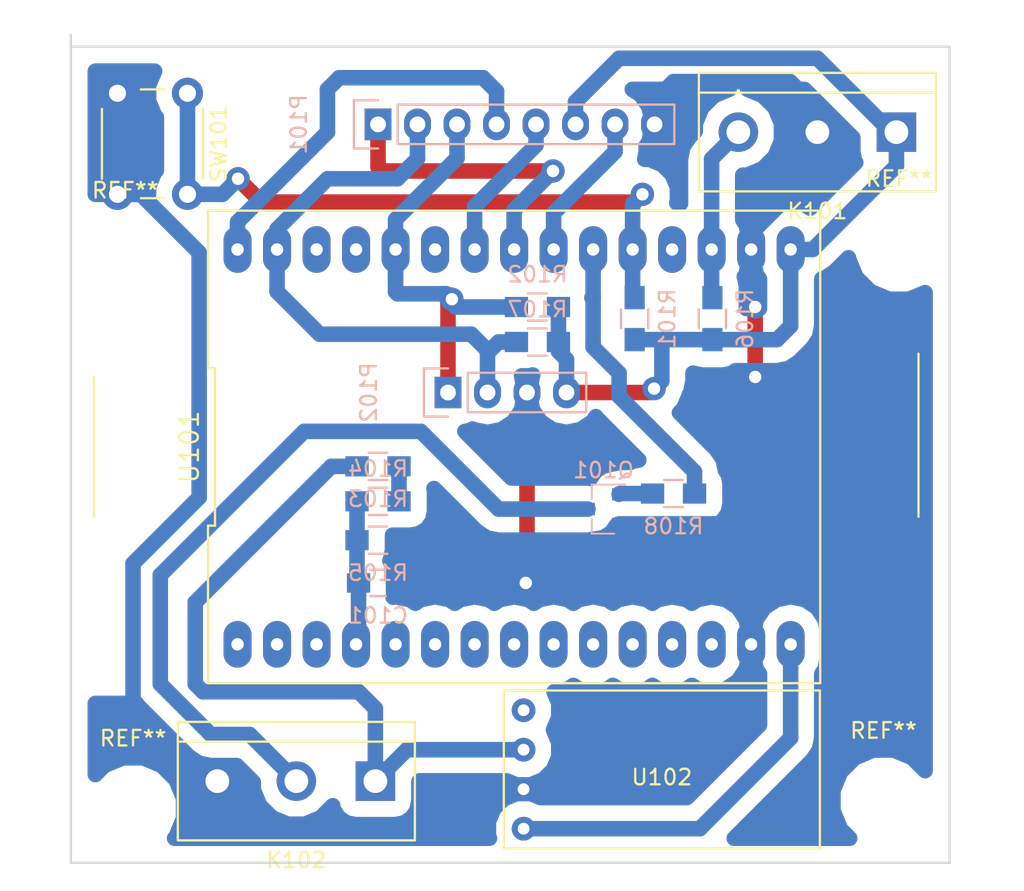
<source format=kicad_pcb>
(kicad_pcb (version 4) (host pcbnew 4.0.6)

  (general
    (links 43)
    (no_connects 0)
    (area 77.821429 47 143.928572 104.625)
    (thickness 1.6)
    (drawings 4)
    (tracks 165)
    (zones 0)
    (modules 21)
    (nets 18)
  )

  (page A4)
  (layers
    (0 F.Cu signal)
    (31 B.Cu signal)
    (32 B.Adhes user)
    (33 F.Adhes user)
    (34 B.Paste user)
    (35 F.Paste user)
    (36 B.SilkS user)
    (37 F.SilkS user)
    (38 B.Mask user)
    (39 F.Mask user)
    (40 Dwgs.User user)
    (41 Cmts.User user)
    (42 Eco1.User user)
    (43 Eco2.User user)
    (44 Edge.Cuts user)
    (45 Margin user)
    (46 B.CrtYd user)
    (47 F.CrtYd user)
    (48 B.Fab user)
    (49 F.Fab user)
  )

  (setup
    (last_trace_width 1)
    (trace_clearance 0.25)
    (zone_clearance 1)
    (zone_45_only no)
    (trace_min 0.2)
    (segment_width 0.2)
    (edge_width 0.15)
    (via_size 1.5)
    (via_drill 0.8)
    (via_min_size 0.4)
    (via_min_drill 0.3)
    (uvia_size 0.3)
    (uvia_drill 0.1)
    (uvias_allowed no)
    (uvia_min_size 0.2)
    (uvia_min_drill 0.1)
    (pcb_text_width 0.3)
    (pcb_text_size 1.5 1.5)
    (mod_edge_width 0.15)
    (mod_text_size 1 1)
    (mod_text_width 0.15)
    (pad_size 1.524 1.524)
    (pad_drill 0.762)
    (pad_to_mask_clearance 0.2)
    (aux_axis_origin 82.5 102.5)
    (visible_elements FFFFFF7F)
    (pcbplotparams
      (layerselection 0x00000_80000001)
      (usegerberextensions false)
      (excludeedgelayer true)
      (linewidth 0.100000)
      (plotframeref false)
      (viasonmask false)
      (mode 1)
      (useauxorigin true)
      (hpglpennumber 1)
      (hpglpenspeed 20)
      (hpglpendiameter 15)
      (hpglpenoverlay 2)
      (psnegative false)
      (psa4output false)
      (plotreference true)
      (plotvalue true)
      (plotinvisibletext false)
      (padsonsilk false)
      (subtractmaskfromsilk false)
      (outputformat 1)
      (mirror false)
      (drillshape 0)
      (scaleselection 1)
      (outputdirectory ""))
  )

  (net 0 "")
  (net 1 BAT)
  (net 2 GND)
  (net 3 3v3)
  (net 4 1wire)
  (net 5 12v)
  (net 6 "Net-(K102-Pad2)")
  (net 7 PWM)
  (net 8 "Net-(R103-Pad2)")
  (net 9 BTN)
  (net 10 5v)
  (net 11 "Net-(Q101-Pad1)")
  (net 12 RST)
  (net 13 CE)
  (net 14 DC)
  (net 15 DIN)
  (net 16 CLK)
  (net 17 BL)

  (net_class Default "This is the default net class."
    (clearance 0.25)
    (trace_width 1)
    (via_dia 1.5)
    (via_drill 0.8)
    (uvia_dia 0.3)
    (uvia_drill 0.1)
    (add_net 12v)
    (add_net 1wire)
    (add_net 3v3)
    (add_net 5v)
    (add_net BAT)
    (add_net BL)
    (add_net BTN)
    (add_net CE)
    (add_net CLK)
    (add_net DC)
    (add_net DIN)
    (add_net GND)
    (add_net "Net-(K102-Pad2)")
    (add_net "Net-(Q101-Pad1)")
    (add_net "Net-(R103-Pad2)")
    (add_net PWM)
    (add_net RST)
  )

  (module Mounting_Holes:MountingHole_3.5mm (layer F.Cu) (tedit 56D1B4CB) (tstamp 6521A2ED)
    (at 86 63.75)
    (descr "Mounting Hole 3.5mm, no annular")
    (tags "mounting hole 3.5mm no annular")
    (fp_text reference REF** (at 0 -4.5) (layer F.SilkS)
      (effects (font (size 1 1) (thickness 0.15)))
    )
    (fp_text value MountingHole_3.5mm (at 0 4.5) (layer F.Fab)
      (effects (font (size 1 1) (thickness 0.15)))
    )
    (fp_circle (center 0 0) (end 3.5 0) (layer Cmts.User) (width 0.15))
    (fp_circle (center 0 0) (end 3.75 0) (layer F.CrtYd) (width 0.05))
    (pad 1 np_thru_hole circle (at 0 0) (size 3.5 3.5) (drill 3.5) (layers *.Cu *.Mask))
  )

  (module Mounting_Holes:MountingHole_3.5mm (layer F.Cu) (tedit 56D1B4CB) (tstamp 6521A2E7)
    (at 135.75 63)
    (descr "Mounting Hole 3.5mm, no annular")
    (tags "mounting hole 3.5mm no annular")
    (fp_text reference REF** (at 0 -4.5) (layer F.SilkS)
      (effects (font (size 1 1) (thickness 0.15)))
    )
    (fp_text value MountingHole_3.5mm (at 0 4.5) (layer F.Fab)
      (effects (font (size 1 1) (thickness 0.15)))
    )
    (fp_circle (center 0 0) (end 3.5 0) (layer Cmts.User) (width 0.15))
    (fp_circle (center 0 0) (end 3.75 0) (layer F.CrtYd) (width 0.05))
    (pad 1 np_thru_hole circle (at 0 0) (size 3.5 3.5) (drill 3.5) (layers *.Cu *.Mask))
  )

  (module Mounting_Holes:MountingHole_3.5mm (layer F.Cu) (tedit 56D1B4CB) (tstamp 6521A2C9)
    (at 134.75 98.5)
    (descr "Mounting Hole 3.5mm, no annular")
    (tags "mounting hole 3.5mm no annular")
    (fp_text reference REF** (at 0 -4.5) (layer F.SilkS)
      (effects (font (size 1 1) (thickness 0.15)))
    )
    (fp_text value MountingHole_3.5mm (at 0 4.5) (layer F.Fab)
      (effects (font (size 1 1) (thickness 0.15)))
    )
    (fp_circle (center 0 0) (end 3.5 0) (layer Cmts.User) (width 0.15))
    (fp_circle (center 0 0) (end 3.75 0) (layer F.CrtYd) (width 0.05))
    (pad 1 np_thru_hole circle (at 0 0) (size 3.5 3.5) (drill 3.5) (layers *.Cu *.Mask))
  )

  (module Capacitors_SMD:C_0805_HandSoldering (layer B.Cu) (tedit 541A9B8D) (tstamp 64F35FE7)
    (at 102.25 84.5)
    (descr "Capacitor SMD 0805, hand soldering")
    (tags "capacitor 0805")
    (path /64F04705)
    (attr smd)
    (fp_text reference C101 (at 0 2.1) (layer B.SilkS)
      (effects (font (size 1 1) (thickness 0.15)) (justify mirror))
    )
    (fp_text value C (at 0 -2.1) (layer B.Fab)
      (effects (font (size 1 1) (thickness 0.15)) (justify mirror))
    )
    (fp_line (start -1 -0.625) (end -1 0.625) (layer B.Fab) (width 0.15))
    (fp_line (start 1 -0.625) (end -1 -0.625) (layer B.Fab) (width 0.15))
    (fp_line (start 1 0.625) (end 1 -0.625) (layer B.Fab) (width 0.15))
    (fp_line (start -1 0.625) (end 1 0.625) (layer B.Fab) (width 0.15))
    (fp_line (start -2.3 1) (end 2.3 1) (layer B.CrtYd) (width 0.05))
    (fp_line (start -2.3 -1) (end 2.3 -1) (layer B.CrtYd) (width 0.05))
    (fp_line (start -2.3 1) (end -2.3 -1) (layer B.CrtYd) (width 0.05))
    (fp_line (start 2.3 1) (end 2.3 -1) (layer B.CrtYd) (width 0.05))
    (fp_line (start 0.5 0.85) (end -0.5 0.85) (layer B.SilkS) (width 0.15))
    (fp_line (start -0.5 -0.85) (end 0.5 -0.85) (layer B.SilkS) (width 0.15))
    (pad 1 smd rect (at -1.25 0) (size 1.5 1.25) (layers B.Cu B.Paste B.Mask)
      (net 1 BAT))
    (pad 2 smd rect (at 1.25 0) (size 1.5 1.25) (layers B.Cu B.Paste B.Mask)
      (net 2 GND))
    (model Capacitors_SMD.3dshapes/C_0805_HandSoldering.wrl
      (at (xyz 0 0 0))
      (scale (xyz 1 1 1))
      (rotate (xyz 0 0 0))
    )
  )

  (module Connect:bornier3 (layer F.Cu) (tedit 0) (tstamp 64F35FEE)
    (at 130.5 55.5 180)
    (descr "Bornier d'alimentation 3 pins")
    (tags DEV)
    (path /64F0452E)
    (fp_text reference K101 (at 0 -5.08 180) (layer F.SilkS)
      (effects (font (size 1 1) (thickness 0.15)))
    )
    (fp_text value 1Wire (at 0 5.08 180) (layer F.Fab)
      (effects (font (size 1 1) (thickness 0.15)))
    )
    (fp_line (start -7.62 3.81) (end -7.62 -3.81) (layer F.SilkS) (width 0.15))
    (fp_line (start 7.62 3.81) (end 7.62 -3.81) (layer F.SilkS) (width 0.15))
    (fp_line (start -7.62 2.54) (end 7.62 2.54) (layer F.SilkS) (width 0.15))
    (fp_line (start -7.62 -3.81) (end 7.62 -3.81) (layer F.SilkS) (width 0.15))
    (fp_line (start -7.62 3.81) (end 7.62 3.81) (layer F.SilkS) (width 0.15))
    (pad 1 thru_hole rect (at -5.08 0 180) (size 2.54 2.54) (drill 1.524) (layers *.Cu *.Mask)
      (net 3 3v3))
    (pad 2 thru_hole circle (at 0 0 180) (size 2.54 2.54) (drill 1.524) (layers *.Cu *.Mask)
      (net 2 GND))
    (pad 3 thru_hole circle (at 5.08 0 180) (size 2.54 2.54) (drill 1.524) (layers *.Cu *.Mask)
      (net 4 1wire))
    (model Connect.3dshapes/bornier3.wrl
      (at (xyz 0 0 0))
      (scale (xyz 1 1 1))
      (rotate (xyz 0 0 0))
    )
  )

  (module Connect:bornier3 (layer F.Cu) (tedit 0) (tstamp 64F35FF5)
    (at 97 97.25 180)
    (descr "Bornier d'alimentation 3 pins")
    (tags DEV)
    (path /64F0492E)
    (fp_text reference K102 (at 0 -5.08 180) (layer F.SilkS)
      (effects (font (size 1 1) (thickness 0.15)))
    )
    (fp_text value Compressor (at 0 5.08 180) (layer F.Fab)
      (effects (font (size 1 1) (thickness 0.15)))
    )
    (fp_line (start -7.62 3.81) (end -7.62 -3.81) (layer F.SilkS) (width 0.15))
    (fp_line (start 7.62 3.81) (end 7.62 -3.81) (layer F.SilkS) (width 0.15))
    (fp_line (start -7.62 2.54) (end 7.62 2.54) (layer F.SilkS) (width 0.15))
    (fp_line (start -7.62 -3.81) (end 7.62 -3.81) (layer F.SilkS) (width 0.15))
    (fp_line (start -7.62 3.81) (end 7.62 3.81) (layer F.SilkS) (width 0.15))
    (pad 1 thru_hole rect (at -5.08 0 180) (size 2.54 2.54) (drill 1.524) (layers *.Cu *.Mask)
      (net 5 12v))
    (pad 2 thru_hole circle (at 0 0 180) (size 2.54 2.54) (drill 1.524) (layers *.Cu *.Mask)
      (net 6 "Net-(K102-Pad2)"))
    (pad 3 thru_hole circle (at 5.08 0 180) (size 2.54 2.54) (drill 1.524) (layers *.Cu *.Mask)
      (net 2 GND))
    (model Connect.3dshapes/bornier3.wrl
      (at (xyz 0 0 0))
      (scale (xyz 1 1 1))
      (rotate (xyz 0 0 0))
    )
  )

  (module TO_SOT_Packages_SMD:SOT-23 (layer B.Cu) (tedit 583F39EB) (tstamp 64F36004)
    (at 116.75 79.75 180)
    (descr "SOT-23, Standard")
    (tags SOT-23)
    (path /64F04885)
    (attr smd)
    (fp_text reference Q101 (at 0 2.5 180) (layer B.SilkS)
      (effects (font (size 1 1) (thickness 0.15)) (justify mirror))
    )
    (fp_text value BC817-40 (at 0 -2.5 180) (layer B.Fab)
      (effects (font (size 1 1) (thickness 0.15)) (justify mirror))
    )
    (fp_line (start 0.76 -1.58) (end 0.76 -0.65) (layer B.SilkS) (width 0.12))
    (fp_line (start 0.76 1.58) (end 0.76 0.65) (layer B.SilkS) (width 0.12))
    (fp_line (start 0.7 1.52) (end 0.7 -1.52) (layer B.Fab) (width 0.15))
    (fp_line (start -0.7 -1.52) (end 0.7 -1.52) (layer B.Fab) (width 0.15))
    (fp_line (start -1.7 1.75) (end 1.7 1.75) (layer B.CrtYd) (width 0.05))
    (fp_line (start 1.7 1.75) (end 1.7 -1.75) (layer B.CrtYd) (width 0.05))
    (fp_line (start 1.7 -1.75) (end -1.7 -1.75) (layer B.CrtYd) (width 0.05))
    (fp_line (start -1.7 -1.75) (end -1.7 1.75) (layer B.CrtYd) (width 0.05))
    (fp_line (start 0.76 1.58) (end -1.4 1.58) (layer B.SilkS) (width 0.12))
    (fp_line (start -0.7 1.52) (end 0.7 1.52) (layer B.Fab) (width 0.15))
    (fp_line (start -0.7 1.52) (end -0.7 -1.52) (layer B.Fab) (width 0.15))
    (fp_line (start 0.76 -1.58) (end -0.7 -1.58) (layer B.SilkS) (width 0.12))
    (pad 1 smd rect (at -1 0.95 180) (size 0.9 0.8) (layers B.Cu B.Paste B.Mask)
      (net 11 "Net-(Q101-Pad1)"))
    (pad 2 smd rect (at -1 -0.95 180) (size 0.9 0.8) (layers B.Cu B.Paste B.Mask)
      (net 2 GND))
    (pad 3 smd rect (at 1 0 180) (size 0.9 0.8) (layers B.Cu B.Paste B.Mask)
      (net 6 "Net-(K102-Pad2)"))
    (model TO_SOT_Packages_SMD.3dshapes/SOT-23.wrl
      (at (xyz 0 0 0))
      (scale (xyz 1 1 1))
      (rotate (xyz 0 0 90))
    )
  )

  (module Resistors_SMD:R_0805_HandSoldering (layer B.Cu) (tedit 58307B90) (tstamp 64F36016)
    (at 102.25 77)
    (descr "Resistor SMD 0805, hand soldering")
    (tags "resistor 0805")
    (path /64F04610)
    (attr smd)
    (fp_text reference R103 (at 0 2.1) (layer B.SilkS)
      (effects (font (size 1 1) (thickness 0.15)) (justify mirror))
    )
    (fp_text value 10K (at 0 -2.1) (layer B.Fab)
      (effects (font (size 1 1) (thickness 0.15)) (justify mirror))
    )
    (fp_line (start -1 -0.625) (end -1 0.625) (layer B.Fab) (width 0.1))
    (fp_line (start 1 -0.625) (end -1 -0.625) (layer B.Fab) (width 0.1))
    (fp_line (start 1 0.625) (end 1 -0.625) (layer B.Fab) (width 0.1))
    (fp_line (start -1 0.625) (end 1 0.625) (layer B.Fab) (width 0.1))
    (fp_line (start -2.4 1) (end 2.4 1) (layer B.CrtYd) (width 0.05))
    (fp_line (start -2.4 -1) (end 2.4 -1) (layer B.CrtYd) (width 0.05))
    (fp_line (start -2.4 1) (end -2.4 -1) (layer B.CrtYd) (width 0.05))
    (fp_line (start 2.4 1) (end 2.4 -1) (layer B.CrtYd) (width 0.05))
    (fp_line (start 0.6 -0.875) (end -0.6 -0.875) (layer B.SilkS) (width 0.15))
    (fp_line (start -0.6 0.875) (end 0.6 0.875) (layer B.SilkS) (width 0.15))
    (pad 1 smd rect (at -1.35 0) (size 1.5 1.3) (layers B.Cu B.Paste B.Mask)
      (net 5 12v))
    (pad 2 smd rect (at 1.35 0) (size 1.5 1.3) (layers B.Cu B.Paste B.Mask)
      (net 8 "Net-(R103-Pad2)"))
    (model Resistors_SMD.3dshapes/R_0805_HandSoldering.wrl
      (at (xyz 0 0 0))
      (scale (xyz 1 1 1))
      (rotate (xyz 0 0 0))
    )
  )

  (module Resistors_SMD:R_0805_HandSoldering (layer B.Cu) (tedit 58307B90) (tstamp 64F3601C)
    (at 102.25 79.25 180)
    (descr "Resistor SMD 0805, hand soldering")
    (tags "resistor 0805")
    (path /64F04640)
    (attr smd)
    (fp_text reference R104 (at 0 2.1 180) (layer B.SilkS)
      (effects (font (size 1 1) (thickness 0.15)) (justify mirror))
    )
    (fp_text value 1K (at 0 -2.1 180) (layer B.Fab)
      (effects (font (size 1 1) (thickness 0.15)) (justify mirror))
    )
    (fp_line (start -1 -0.625) (end -1 0.625) (layer B.Fab) (width 0.1))
    (fp_line (start 1 -0.625) (end -1 -0.625) (layer B.Fab) (width 0.1))
    (fp_line (start 1 0.625) (end 1 -0.625) (layer B.Fab) (width 0.1))
    (fp_line (start -1 0.625) (end 1 0.625) (layer B.Fab) (width 0.1))
    (fp_line (start -2.4 1) (end 2.4 1) (layer B.CrtYd) (width 0.05))
    (fp_line (start -2.4 -1) (end 2.4 -1) (layer B.CrtYd) (width 0.05))
    (fp_line (start -2.4 1) (end -2.4 -1) (layer B.CrtYd) (width 0.05))
    (fp_line (start 2.4 1) (end 2.4 -1) (layer B.CrtYd) (width 0.05))
    (fp_line (start 0.6 -0.875) (end -0.6 -0.875) (layer B.SilkS) (width 0.15))
    (fp_line (start -0.6 0.875) (end 0.6 0.875) (layer B.SilkS) (width 0.15))
    (pad 1 smd rect (at -1.35 0 180) (size 1.5 1.3) (layers B.Cu B.Paste B.Mask)
      (net 8 "Net-(R103-Pad2)"))
    (pad 2 smd rect (at 1.35 0 180) (size 1.5 1.3) (layers B.Cu B.Paste B.Mask)
      (net 1 BAT))
    (model Resistors_SMD.3dshapes/R_0805_HandSoldering.wrl
      (at (xyz 0 0 0))
      (scale (xyz 1 1 1))
      (rotate (xyz 0 0 0))
    )
  )

  (module Resistors_SMD:R_0805_HandSoldering (layer B.Cu) (tedit 58307B90) (tstamp 64F36022)
    (at 102.25 81.75)
    (descr "Resistor SMD 0805, hand soldering")
    (tags "resistor 0805")
    (path /64F0466B)
    (attr smd)
    (fp_text reference R105 (at 0 2.1) (layer B.SilkS)
      (effects (font (size 1 1) (thickness 0.15)) (justify mirror))
    )
    (fp_text value 2K2 (at 0 -2.1) (layer B.Fab)
      (effects (font (size 1 1) (thickness 0.15)) (justify mirror))
    )
    (fp_line (start -1 -0.625) (end -1 0.625) (layer B.Fab) (width 0.1))
    (fp_line (start 1 -0.625) (end -1 -0.625) (layer B.Fab) (width 0.1))
    (fp_line (start 1 0.625) (end 1 -0.625) (layer B.Fab) (width 0.1))
    (fp_line (start -1 0.625) (end 1 0.625) (layer B.Fab) (width 0.1))
    (fp_line (start -2.4 1) (end 2.4 1) (layer B.CrtYd) (width 0.05))
    (fp_line (start -2.4 -1) (end 2.4 -1) (layer B.CrtYd) (width 0.05))
    (fp_line (start -2.4 1) (end -2.4 -1) (layer B.CrtYd) (width 0.05))
    (fp_line (start 2.4 1) (end 2.4 -1) (layer B.CrtYd) (width 0.05))
    (fp_line (start 0.6 -0.875) (end -0.6 -0.875) (layer B.SilkS) (width 0.15))
    (fp_line (start -0.6 0.875) (end 0.6 0.875) (layer B.SilkS) (width 0.15))
    (pad 1 smd rect (at -1.35 0) (size 1.5 1.3) (layers B.Cu B.Paste B.Mask)
      (net 1 BAT))
    (pad 2 smd rect (at 1.35 0) (size 1.5 1.3) (layers B.Cu B.Paste B.Mask)
      (net 2 GND))
    (model Resistors_SMD.3dshapes/R_0805_HandSoldering.wrl
      (at (xyz 0 0 0))
      (scale (xyz 1 1 1))
      (rotate (xyz 0 0 0))
    )
  )

  (module Resistors_SMD:R_0805_HandSoldering (layer B.Cu) (tedit 58307B90) (tstamp 64F36028)
    (at 123.75 67.5 90)
    (descr "Resistor SMD 0805, hand soldering")
    (tags "resistor 0805")
    (path /64F045C9)
    (attr smd)
    (fp_text reference R106 (at 0 2.1 90) (layer B.SilkS)
      (effects (font (size 1 1) (thickness 0.15)) (justify mirror))
    )
    (fp_text value 4K7 (at 0 -2.1 90) (layer B.Fab)
      (effects (font (size 1 1) (thickness 0.15)) (justify mirror))
    )
    (fp_line (start -1 -0.625) (end -1 0.625) (layer B.Fab) (width 0.1))
    (fp_line (start 1 -0.625) (end -1 -0.625) (layer B.Fab) (width 0.1))
    (fp_line (start 1 0.625) (end 1 -0.625) (layer B.Fab) (width 0.1))
    (fp_line (start -1 0.625) (end 1 0.625) (layer B.Fab) (width 0.1))
    (fp_line (start -2.4 1) (end 2.4 1) (layer B.CrtYd) (width 0.05))
    (fp_line (start -2.4 -1) (end 2.4 -1) (layer B.CrtYd) (width 0.05))
    (fp_line (start -2.4 1) (end -2.4 -1) (layer B.CrtYd) (width 0.05))
    (fp_line (start 2.4 1) (end 2.4 -1) (layer B.CrtYd) (width 0.05))
    (fp_line (start 0.6 -0.875) (end -0.6 -0.875) (layer B.SilkS) (width 0.15))
    (fp_line (start -0.6 0.875) (end 0.6 0.875) (layer B.SilkS) (width 0.15))
    (pad 1 smd rect (at -1.35 0 90) (size 1.5 1.3) (layers B.Cu B.Paste B.Mask)
      (net 3 3v3))
    (pad 2 smd rect (at 1.35 0 90) (size 1.5 1.3) (layers B.Cu B.Paste B.Mask)
      (net 4 1wire))
    (model Resistors_SMD.3dshapes/R_0805_HandSoldering.wrl
      (at (xyz 0 0 0))
      (scale (xyz 1 1 1))
      (rotate (xyz 0 0 0))
    )
  )

  (module Divers:ESP32Dev (layer F.Cu) (tedit 618135CD) (tstamp 64F36058)
    (at 111 75.75)
    (path /64F0426B)
    (fp_text reference U101 (at -20.88 0 90) (layer F.SilkS)
      (effects (font (size 1.2 1.2) (thickness 0.15)))
    )
    (fp_text value ESP32Dev (at 0 0) (layer F.Fab)
      (effects (font (size 1.2 1.2) (thickness 0.15)))
    )
    (fp_text user Antenna (at 22.5 -0.5 90) (layer Dwgs.User)
      (effects (font (size 1 1) (thickness 0.15) italic))
    )
    (fp_text user "USB Port" (at -24.5 -1 90) (layer Dwgs.User)
      (effects (font (size 1 1) (thickness 0.15) italic))
    )
    (fp_line (start -27 -4.5) (end -27 4.5) (layer F.SilkS) (width 0.15))
    (fp_line (start 26 -6) (end 26 4.5) (layer F.SilkS) (width 0.15))
    (fp_line (start -19.68 15.199999) (end 19.68 15.2) (layer F.SilkS) (width 0.15))
    (fp_line (start 19.68 15.2) (end 19.68 -15.199999) (layer F.SilkS) (width 0.15))
    (fp_line (start 19.68 -15.199999) (end -19.68 -15.2) (layer F.SilkS) (width 0.15))
    (fp_line (start -19.68 -15.2) (end -19.68 -5.066666) (layer F.SilkS) (width 0.15))
    (fp_line (start -19.68 -5.066666) (end -19.23 -5.066666) (layer F.SilkS) (width 0.15))
    (fp_line (start -19.23 -5.066666) (end -19.23 5.066666) (layer F.SilkS) (width 0.15))
    (fp_line (start -19.23 5.066666) (end -19.68 5.066666) (layer F.SilkS) (width 0.15))
    (fp_line (start -19.68 5.066666) (end -19.68 15.199999) (layer F.SilkS) (width 0.15))
    (pad 30 thru_hole oval (at -17.78 -12.7) (size 1.8 3) (drill 0.8) (layers *.Cu *.Mask)
      (net 15 DIN))
    (pad 1 thru_hole oval (at -17.78 12.7) (size 1.8 3) (drill 0.8) (layers *.Cu *.Mask))
    (pad 29 thru_hole oval (at -15.24 -12.7) (size 1.8 3) (drill 0.8) (layers *.Cu *.Mask)
      (net 13 CE))
    (pad 2 thru_hole oval (at -15.24 12.7) (size 1.8 3) (drill 0.8) (layers *.Cu *.Mask))
    (pad 28 thru_hole oval (at -12.7 -12.7) (size 1.8 3) (drill 0.8) (layers *.Cu *.Mask))
    (pad 3 thru_hole oval (at -12.7 12.7) (size 1.8 3) (drill 0.8) (layers *.Cu *.Mask))
    (pad 27 thru_hole oval (at -10.16 -12.7) (size 1.8 3) (drill 0.8) (layers *.Cu *.Mask))
    (pad 4 thru_hole oval (at -10.16 12.7) (size 1.8 3) (drill 0.8) (layers *.Cu *.Mask)
      (net 1 BAT))
    (pad 26 thru_hole oval (at -7.62 -12.7) (size 1.8 3) (drill 0.8) (layers *.Cu *.Mask)
      (net 14 DC))
    (pad 5 thru_hole oval (at -7.62 12.7) (size 1.8 3) (drill 0.8) (layers *.Cu *.Mask))
    (pad 25 thru_hole oval (at -5.08 -12.7) (size 1.8 3) (drill 0.8) (layers *.Cu *.Mask))
    (pad 6 thru_hole oval (at -5.08 12.7) (size 1.8 3) (drill 0.8) (layers *.Cu *.Mask))
    (pad 24 thru_hole oval (at -2.54 -12.7) (size 1.8 3) (drill 0.8) (layers *.Cu *.Mask)
      (net 16 CLK))
    (pad 7 thru_hole oval (at -2.54 12.7) (size 1.8 3) (drill 0.8) (layers *.Cu *.Mask))
    (pad 23 thru_hole oval (at 0 -12.7) (size 1.8 3) (drill 0.8) (layers *.Cu *.Mask)
      (net 12 RST))
    (pad 8 thru_hole oval (at 0 12.7) (size 1.8 3) (drill 0.8) (layers *.Cu *.Mask))
    (pad 22 thru_hole oval (at 2.54 -12.7) (size 1.8 3) (drill 0.8) (layers *.Cu *.Mask)
      (net 17 BL))
    (pad 9 thru_hole oval (at 2.54 12.7) (size 1.8 3) (drill 0.8) (layers *.Cu *.Mask))
    (pad 21 thru_hole oval (at 5.08 -12.7) (size 1.8 3) (drill 0.8) (layers *.Cu *.Mask)
      (net 7 PWM))
    (pad 10 thru_hole oval (at 5.08 12.7) (size 1.8 3) (drill 0.8) (layers *.Cu *.Mask))
    (pad 20 thru_hole oval (at 7.62 -12.7) (size 1.8 3) (drill 0.8) (layers *.Cu *.Mask)
      (net 9 BTN))
    (pad 11 thru_hole oval (at 7.62 12.7) (size 1.8 3) (drill 0.8) (layers *.Cu *.Mask))
    (pad 19 thru_hole oval (at 10.16 -12.7) (size 1.8 3) (drill 0.8) (layers *.Cu *.Mask))
    (pad 12 thru_hole oval (at 10.16 12.7) (size 1.8 3) (drill 0.8) (layers *.Cu *.Mask))
    (pad 18 thru_hole oval (at 12.7 -12.7) (size 1.8 3) (drill 0.8) (layers *.Cu *.Mask)
      (net 4 1wire))
    (pad 13 thru_hole oval (at 12.7 12.7) (size 1.8 3) (drill 0.8) (layers *.Cu *.Mask))
    (pad 17 thru_hole oval (at 15.24 -12.7) (size 1.8 3) (drill 0.8) (layers *.Cu *.Mask)
      (net 2 GND))
    (pad 14 thru_hole oval (at 15.24 12.7) (size 1.8 3) (drill 0.8) (layers *.Cu *.Mask)
      (net 2 GND))
    (pad 16 thru_hole oval (at 17.78 -12.7) (size 1.8 3) (drill 0.8) (layers *.Cu *.Mask)
      (net 3 3v3))
    (pad 15 thru_hole oval (at 17.78 12.7) (size 1.8 3) (drill 0.8) (layers *.Cu *.Mask)
      (net 10 5v))
  )

  (module Resistors_SMD:R_0805_HandSoldering (layer B.Cu) (tedit 58307B90) (tstamp 64F3613B)
    (at 121.25 78.75)
    (descr "Resistor SMD 0805, hand soldering")
    (tags "resistor 0805")
    (path /64F36062)
    (attr smd)
    (fp_text reference R108 (at 0 2.1) (layer B.SilkS)
      (effects (font (size 1 1) (thickness 0.15)) (justify mirror))
    )
    (fp_text value 4K7 (at 0 -2.1) (layer B.Fab)
      (effects (font (size 1 1) (thickness 0.15)) (justify mirror))
    )
    (fp_line (start -1 -0.625) (end -1 0.625) (layer B.Fab) (width 0.1))
    (fp_line (start 1 -0.625) (end -1 -0.625) (layer B.Fab) (width 0.1))
    (fp_line (start 1 0.625) (end 1 -0.625) (layer B.Fab) (width 0.1))
    (fp_line (start -1 0.625) (end 1 0.625) (layer B.Fab) (width 0.1))
    (fp_line (start -2.4 1) (end 2.4 1) (layer B.CrtYd) (width 0.05))
    (fp_line (start -2.4 -1) (end 2.4 -1) (layer B.CrtYd) (width 0.05))
    (fp_line (start -2.4 1) (end -2.4 -1) (layer B.CrtYd) (width 0.05))
    (fp_line (start 2.4 1) (end 2.4 -1) (layer B.CrtYd) (width 0.05))
    (fp_line (start 0.6 -0.875) (end -0.6 -0.875) (layer B.SilkS) (width 0.15))
    (fp_line (start -0.6 0.875) (end 0.6 0.875) (layer B.SilkS) (width 0.15))
    (pad 1 smd rect (at -1.35 0) (size 1.5 1.3) (layers B.Cu B.Paste B.Mask)
      (net 11 "Net-(Q101-Pad1)"))
    (pad 2 smd rect (at 1.35 0) (size 1.5 1.3) (layers B.Cu B.Paste B.Mask)
      (net 7 PWM))
    (model Resistors_SMD.3dshapes/R_0805_HandSoldering.wrl
      (at (xyz 0 0 0))
      (scale (xyz 1 1 1))
      (rotate (xyz 0 0 0))
    )
  )

  (module Pin_Headers:Pin_Header_Straight_1x08 (layer B.Cu) (tedit 0) (tstamp 64F47FAD)
    (at 102.25 55 270)
    (descr "Through hole pin header")
    (tags "pin header")
    (path /64F46322)
    (fp_text reference P101 (at 0 5.1 270) (layer B.SilkS)
      (effects (font (size 1 1) (thickness 0.15)) (justify mirror))
    )
    (fp_text value Nokia5110 (at 0 3.1 270) (layer B.Fab)
      (effects (font (size 1 1) (thickness 0.15)) (justify mirror))
    )
    (fp_line (start -1.75 1.75) (end -1.75 -19.55) (layer B.CrtYd) (width 0.05))
    (fp_line (start 1.75 1.75) (end 1.75 -19.55) (layer B.CrtYd) (width 0.05))
    (fp_line (start -1.75 1.75) (end 1.75 1.75) (layer B.CrtYd) (width 0.05))
    (fp_line (start -1.75 -19.55) (end 1.75 -19.55) (layer B.CrtYd) (width 0.05))
    (fp_line (start 1.27 -1.27) (end 1.27 -19.05) (layer B.SilkS) (width 0.15))
    (fp_line (start 1.27 -19.05) (end -1.27 -19.05) (layer B.SilkS) (width 0.15))
    (fp_line (start -1.27 -19.05) (end -1.27 -1.27) (layer B.SilkS) (width 0.15))
    (fp_line (start 1.55 1.55) (end 1.55 0) (layer B.SilkS) (width 0.15))
    (fp_line (start 1.27 -1.27) (end -1.27 -1.27) (layer B.SilkS) (width 0.15))
    (fp_line (start -1.55 0) (end -1.55 1.55) (layer B.SilkS) (width 0.15))
    (fp_line (start -1.55 1.55) (end 1.55 1.55) (layer B.SilkS) (width 0.15))
    (pad 1 thru_hole rect (at 0 0 270) (size 2.032 1.7272) (drill 1.016) (layers *.Cu *.Mask)
      (net 12 RST))
    (pad 2 thru_hole oval (at 0 -2.54 270) (size 2.032 1.7272) (drill 1.016) (layers *.Cu *.Mask)
      (net 13 CE))
    (pad 3 thru_hole oval (at 0 -5.08 270) (size 2.032 1.7272) (drill 1.016) (layers *.Cu *.Mask)
      (net 14 DC))
    (pad 4 thru_hole oval (at 0 -7.62 270) (size 2.032 1.7272) (drill 1.016) (layers *.Cu *.Mask)
      (net 15 DIN))
    (pad 5 thru_hole oval (at 0 -10.16 270) (size 2.032 1.7272) (drill 1.016) (layers *.Cu *.Mask)
      (net 16 CLK))
    (pad 6 thru_hole oval (at 0 -12.7 270) (size 2.032 1.7272) (drill 1.016) (layers *.Cu *.Mask)
      (net 3 3v3))
    (pad 7 thru_hole oval (at 0 -15.24 270) (size 2.032 1.7272) (drill 1.016) (layers *.Cu *.Mask)
      (net 17 BL))
    (pad 8 thru_hole oval (at 0 -17.78 270) (size 2.032 1.7272) (drill 1.016) (layers *.Cu *.Mask)
      (net 2 GND))
    (model Pin_Headers.3dshapes/Pin_Header_Straight_1x08.wrl
      (at (xyz 0 -0.35 0))
      (scale (xyz 1 1 1))
      (rotate (xyz 0 0 90))
    )
  )

  (module Divers:DCBuckModule (layer F.Cu) (tedit 64F45DA8) (tstamp 64F47FED)
    (at 120.5 96.5)
    (path /64F4617C)
    (fp_text reference U102 (at 0 0.5) (layer F.SilkS)
      (effects (font (size 1 1) (thickness 0.15)))
    )
    (fp_text value DCBuck (at 0 -0.5) (layer F.Fab)
      (effects (font (size 1 1) (thickness 0.15)))
    )
    (fp_line (start -10.16 -5.08) (end 10.16 -5.08) (layer F.SilkS) (width 0.15))
    (fp_line (start 10.16 -5.08) (end 10.16 5.08) (layer F.SilkS) (width 0.15))
    (fp_line (start 10.16 5.08) (end -10.16 5.08) (layer F.SilkS) (width 0.15))
    (fp_line (start -10.16 5.08) (end -10.16 -5.08) (layer F.SilkS) (width 0.15))
    (pad 1 thru_hole circle (at -8.89 -3.81) (size 1.524 1.524) (drill 0.762) (layers *.Cu *.Mask))
    (pad 2 thru_hole circle (at -8.89 -1.27) (size 1.524 1.524) (drill 0.762) (layers *.Cu *.Mask)
      (net 5 12v))
    (pad 3 thru_hole circle (at -8.89 1.27) (size 1.524 1.524) (drill 0.762) (layers *.Cu *.Mask)
      (net 2 GND))
    (pad 4 thru_hole circle (at -8.89 3.81) (size 1.524 1.524) (drill 0.762) (layers *.Cu *.Mask)
      (net 10 5v))
  )

  (module Resistors_SMD:R_0805_HandSoldering (layer B.Cu) (tedit 58307B90) (tstamp 64F4856C)
    (at 118.75 67.5 90)
    (descr "Resistor SMD 0805, hand soldering")
    (tags "resistor 0805")
    (path /64F488A7)
    (attr smd)
    (fp_text reference R101 (at 0 2.1 90) (layer B.SilkS)
      (effects (font (size 1 1) (thickness 0.15)) (justify mirror))
    )
    (fp_text value 10K (at 0 -2.1 90) (layer B.Fab)
      (effects (font (size 1 1) (thickness 0.15)) (justify mirror))
    )
    (fp_line (start -1 -0.625) (end -1 0.625) (layer B.Fab) (width 0.1))
    (fp_line (start 1 -0.625) (end -1 -0.625) (layer B.Fab) (width 0.1))
    (fp_line (start 1 0.625) (end 1 -0.625) (layer B.Fab) (width 0.1))
    (fp_line (start -1 0.625) (end 1 0.625) (layer B.Fab) (width 0.1))
    (fp_line (start -2.4 1) (end 2.4 1) (layer B.CrtYd) (width 0.05))
    (fp_line (start -2.4 -1) (end 2.4 -1) (layer B.CrtYd) (width 0.05))
    (fp_line (start -2.4 1) (end -2.4 -1) (layer B.CrtYd) (width 0.05))
    (fp_line (start 2.4 1) (end 2.4 -1) (layer B.CrtYd) (width 0.05))
    (fp_line (start 0.6 -0.875) (end -0.6 -0.875) (layer B.SilkS) (width 0.15))
    (fp_line (start -0.6 0.875) (end 0.6 0.875) (layer B.SilkS) (width 0.15))
    (pad 1 smd rect (at -1.35 0 90) (size 1.5 1.3) (layers B.Cu B.Paste B.Mask)
      (net 3 3v3))
    (pad 2 smd rect (at 1.35 0 90) (size 1.5 1.3) (layers B.Cu B.Paste B.Mask)
      (net 9 BTN))
    (model Resistors_SMD.3dshapes/R_0805_HandSoldering.wrl
      (at (xyz 0 0 0))
      (scale (xyz 1 1 1))
      (rotate (xyz 0 0 0))
    )
  )

  (module Buttons_Switches_ThroughHole:SW_PUSH_6mm (layer F.Cu) (tedit 58134C96) (tstamp 64F48574)
    (at 90 53 270)
    (descr https://www.omron.com/ecb/products/pdf/en-b3f.pdf)
    (tags "tact sw push 6mm")
    (path /64F48942)
    (fp_text reference SW101 (at 3.25 -2 270) (layer F.SilkS)
      (effects (font (size 1 1) (thickness 0.15)))
    )
    (fp_text value SW_PUSH (at 3.75 6.7 270) (layer F.Fab)
      (effects (font (size 1 1) (thickness 0.15)))
    )
    (fp_line (start 3.25 -0.75) (end 6.25 -0.75) (layer F.Fab) (width 0.1))
    (fp_line (start 6.25 -0.75) (end 6.25 5.25) (layer F.Fab) (width 0.1))
    (fp_line (start 6.25 5.25) (end 0.25 5.25) (layer F.Fab) (width 0.1))
    (fp_line (start 0.25 5.25) (end 0.25 -0.75) (layer F.Fab) (width 0.1))
    (fp_line (start 0.25 -0.75) (end 3.25 -0.75) (layer F.Fab) (width 0.1))
    (fp_line (start 7.75 6) (end 8 6) (layer F.CrtYd) (width 0.05))
    (fp_line (start 8 6) (end 8 5.75) (layer F.CrtYd) (width 0.05))
    (fp_line (start 7.75 -1.5) (end 8 -1.5) (layer F.CrtYd) (width 0.05))
    (fp_line (start 8 -1.5) (end 8 -1.25) (layer F.CrtYd) (width 0.05))
    (fp_line (start -1.5 -1.25) (end -1.5 -1.5) (layer F.CrtYd) (width 0.05))
    (fp_line (start -1.5 -1.5) (end -1.25 -1.5) (layer F.CrtYd) (width 0.05))
    (fp_line (start -1.5 5.75) (end -1.5 6) (layer F.CrtYd) (width 0.05))
    (fp_line (start -1.5 6) (end -1.25 6) (layer F.CrtYd) (width 0.05))
    (fp_line (start -1.25 -1.5) (end 7.75 -1.5) (layer F.CrtYd) (width 0.05))
    (fp_line (start -1.5 5.75) (end -1.5 -1.25) (layer F.CrtYd) (width 0.05))
    (fp_line (start 7.75 6) (end -1.25 6) (layer F.CrtYd) (width 0.05))
    (fp_line (start 8 -1.25) (end 8 5.75) (layer F.CrtYd) (width 0.05))
    (fp_line (start 1 5.5) (end 5.5 5.5) (layer F.SilkS) (width 0.15))
    (fp_line (start -0.25 1.5) (end -0.25 3) (layer F.SilkS) (width 0.15))
    (fp_line (start 5.5 -1) (end 1 -1) (layer F.SilkS) (width 0.15))
    (fp_line (start 6.75 3) (end 6.75 1.5) (layer F.SilkS) (width 0.15))
    (fp_circle (center 3.25 2.25) (end 1.25 2.5) (layer F.Fab) (width 0.1))
    (pad 2 thru_hole circle (at 0 4.5) (size 2 2) (drill 1.1) (layers *.Cu *.Mask)
      (net 2 GND))
    (pad 1 thru_hole circle (at 0 0) (size 2 2) (drill 1.1) (layers *.Cu *.Mask)
      (net 9 BTN))
    (pad 2 thru_hole circle (at 6.5 4.5) (size 2 2) (drill 1.1) (layers *.Cu *.Mask)
      (net 2 GND))
    (pad 1 thru_hole circle (at 6.5 0) (size 2 2) (drill 1.1) (layers *.Cu *.Mask)
      (net 9 BTN))
    (model Buttons_Switches_ThroughHole.3dshapes/SW_PUSH_6mm.wrl
      (at (xyz 0.005 0 0))
      (scale (xyz 0.3937 0.3937 0.3937))
      (rotate (xyz 0 0 0))
    )
  )

  (module Pin_Headers:Pin_Header_Straight_1x04 (layer B.Cu) (tedit 0) (tstamp 64F4CB75)
    (at 106.75 72.25 270)
    (descr "Through hole pin header")
    (tags "pin header")
    (path /64F4CCD9)
    (fp_text reference P102 (at 0 5.1 270) (layer B.SilkS)
      (effects (font (size 1 1) (thickness 0.15)) (justify mirror))
    )
    (fp_text value I2C (at 0 3.1 270) (layer B.Fab)
      (effects (font (size 1 1) (thickness 0.15)) (justify mirror))
    )
    (fp_line (start -1.75 1.75) (end -1.75 -9.4) (layer B.CrtYd) (width 0.05))
    (fp_line (start 1.75 1.75) (end 1.75 -9.4) (layer B.CrtYd) (width 0.05))
    (fp_line (start -1.75 1.75) (end 1.75 1.75) (layer B.CrtYd) (width 0.05))
    (fp_line (start -1.75 -9.4) (end 1.75 -9.4) (layer B.CrtYd) (width 0.05))
    (fp_line (start -1.27 -1.27) (end -1.27 -8.89) (layer B.SilkS) (width 0.15))
    (fp_line (start 1.27 -1.27) (end 1.27 -8.89) (layer B.SilkS) (width 0.15))
    (fp_line (start 1.55 1.55) (end 1.55 0) (layer B.SilkS) (width 0.15))
    (fp_line (start -1.27 -8.89) (end 1.27 -8.89) (layer B.SilkS) (width 0.15))
    (fp_line (start 1.27 -1.27) (end -1.27 -1.27) (layer B.SilkS) (width 0.15))
    (fp_line (start -1.55 0) (end -1.55 1.55) (layer B.SilkS) (width 0.15))
    (fp_line (start -1.55 1.55) (end 1.55 1.55) (layer B.SilkS) (width 0.15))
    (pad 1 thru_hole rect (at 0 0 270) (size 2.032 1.7272) (drill 1.016) (layers *.Cu *.Mask)
      (net 14 DC))
    (pad 2 thru_hole oval (at 0 -2.54 270) (size 2.032 1.7272) (drill 1.016) (layers *.Cu *.Mask)
      (net 13 CE))
    (pad 3 thru_hole oval (at 0 -5.08 270) (size 2.032 1.7272) (drill 1.016) (layers *.Cu *.Mask)
      (net 2 GND))
    (pad 4 thru_hole oval (at 0 -7.62 270) (size 2.032 1.7272) (drill 1.016) (layers *.Cu *.Mask)
      (net 3 3v3))
    (model Pin_Headers.3dshapes/Pin_Header_Straight_1x04.wrl
      (at (xyz 0 -0.15 0))
      (scale (xyz 1 1 1))
      (rotate (xyz 0 0 90))
    )
  )

  (module Resistors_SMD:R_0805_HandSoldering (layer B.Cu) (tedit 58307B90) (tstamp 64F4CB7B)
    (at 112.5 66.75 180)
    (descr "Resistor SMD 0805, hand soldering")
    (tags "resistor 0805")
    (path /64F4CEF1)
    (attr smd)
    (fp_text reference R102 (at 0 2.1 180) (layer B.SilkS)
      (effects (font (size 1 1) (thickness 0.15)) (justify mirror))
    )
    (fp_text value 10K (at 0 -2.1 180) (layer B.Fab)
      (effects (font (size 1 1) (thickness 0.15)) (justify mirror))
    )
    (fp_line (start -1 -0.625) (end -1 0.625) (layer B.Fab) (width 0.1))
    (fp_line (start 1 -0.625) (end -1 -0.625) (layer B.Fab) (width 0.1))
    (fp_line (start 1 0.625) (end 1 -0.625) (layer B.Fab) (width 0.1))
    (fp_line (start -1 0.625) (end 1 0.625) (layer B.Fab) (width 0.1))
    (fp_line (start -2.4 1) (end 2.4 1) (layer B.CrtYd) (width 0.05))
    (fp_line (start -2.4 -1) (end 2.4 -1) (layer B.CrtYd) (width 0.05))
    (fp_line (start -2.4 1) (end -2.4 -1) (layer B.CrtYd) (width 0.05))
    (fp_line (start 2.4 1) (end 2.4 -1) (layer B.CrtYd) (width 0.05))
    (fp_line (start 0.6 -0.875) (end -0.6 -0.875) (layer B.SilkS) (width 0.15))
    (fp_line (start -0.6 0.875) (end 0.6 0.875) (layer B.SilkS) (width 0.15))
    (pad 1 smd rect (at -1.35 0 180) (size 1.5 1.3) (layers B.Cu B.Paste B.Mask)
      (net 3 3v3))
    (pad 2 smd rect (at 1.35 0 180) (size 1.5 1.3) (layers B.Cu B.Paste B.Mask)
      (net 14 DC))
    (model Resistors_SMD.3dshapes/R_0805_HandSoldering.wrl
      (at (xyz 0 0 0))
      (scale (xyz 1 1 1))
      (rotate (xyz 0 0 0))
    )
  )

  (module Resistors_SMD:R_0805_HandSoldering (layer B.Cu) (tedit 58307B90) (tstamp 64F4CB81)
    (at 112.5 69 180)
    (descr "Resistor SMD 0805, hand soldering")
    (tags "resistor 0805")
    (path /64F4CE62)
    (attr smd)
    (fp_text reference R107 (at 0 2.1 180) (layer B.SilkS)
      (effects (font (size 1 1) (thickness 0.15)) (justify mirror))
    )
    (fp_text value 10K (at 0 -2.1 180) (layer B.Fab)
      (effects (font (size 1 1) (thickness 0.15)) (justify mirror))
    )
    (fp_line (start -1 -0.625) (end -1 0.625) (layer B.Fab) (width 0.1))
    (fp_line (start 1 -0.625) (end -1 -0.625) (layer B.Fab) (width 0.1))
    (fp_line (start 1 0.625) (end 1 -0.625) (layer B.Fab) (width 0.1))
    (fp_line (start -1 0.625) (end 1 0.625) (layer B.Fab) (width 0.1))
    (fp_line (start -2.4 1) (end 2.4 1) (layer B.CrtYd) (width 0.05))
    (fp_line (start -2.4 -1) (end 2.4 -1) (layer B.CrtYd) (width 0.05))
    (fp_line (start -2.4 1) (end -2.4 -1) (layer B.CrtYd) (width 0.05))
    (fp_line (start 2.4 1) (end 2.4 -1) (layer B.CrtYd) (width 0.05))
    (fp_line (start 0.6 -0.875) (end -0.6 -0.875) (layer B.SilkS) (width 0.15))
    (fp_line (start -0.6 0.875) (end 0.6 0.875) (layer B.SilkS) (width 0.15))
    (pad 1 smd rect (at -1.35 0 180) (size 1.5 1.3) (layers B.Cu B.Paste B.Mask)
      (net 3 3v3))
    (pad 2 smd rect (at 1.35 0 180) (size 1.5 1.3) (layers B.Cu B.Paste B.Mask)
      (net 13 CE))
    (model Resistors_SMD.3dshapes/R_0805_HandSoldering.wrl
      (at (xyz 0 0 0))
      (scale (xyz 1 1 1))
      (rotate (xyz 0 0 0))
    )
  )

  (module Mounting_Holes:MountingHole_3.5mm (layer F.Cu) (tedit 56D1B4CB) (tstamp 64F56F4A)
    (at 86.5 99)
    (descr "Mounting Hole 3.5mm, no annular")
    (tags "mounting hole 3.5mm no annular")
    (fp_text reference REF** (at 0 -4.5) (layer F.SilkS)
      (effects (font (size 1 1) (thickness 0.15)))
    )
    (fp_text value MountingHole_3.5mm (at 0 4.5) (layer F.Fab)
      (effects (font (size 1 1) (thickness 0.15)))
    )
    (fp_circle (center 0 0) (end 3.5 0) (layer Cmts.User) (width 0.15))
    (fp_circle (center 0 0) (end 3.75 0) (layer F.CrtYd) (width 0.05))
    (pad 1 np_thru_hole circle (at 0 0) (size 3.5 3.5) (drill 3.5) (layers *.Cu *.Mask))
  )

  (gr_line (start 82.5 102.5) (end 82.5 49.25) (angle 90) (layer Edge.Cuts) (width 0.15))
  (gr_line (start 139 102.5) (end 82.5 102.5) (angle 90) (layer Edge.Cuts) (width 0.15))
  (gr_line (start 139 50) (end 139 102.5) (angle 90) (layer Edge.Cuts) (width 0.15))
  (gr_line (start 82.5 50) (end 139 50) (angle 90) (layer Edge.Cuts) (width 0.15))

  (segment (start 101 84.5) (end 101 88.29) (width 1) (layer B.Cu) (net 1) (status 30))
  (segment (start 101 88.29) (end 100.84 88.45) (width 1) (layer B.Cu) (net 1) (tstamp 64F483F5) (status 30))
  (segment (start 100.9 81.75) (end 100.9 84.4) (width 1) (layer B.Cu) (net 1) (status 30))
  (segment (start 100.9 84.4) (end 101 84.5) (width 1) (layer B.Cu) (net 1) (tstamp 64F483F2) (status 30))
  (segment (start 100.9 79.25) (end 100.9 81.75) (width 1) (layer B.Cu) (net 1) (status 30))
  (segment (start 111.83 72.25) (end 111.83 84.42) (width 1) (layer F.Cu) (net 2) (status 400000))
  (via (at 111.75 84.5) (size 1.5) (drill 0.8) (layers F.Cu B.Cu) (net 2))
  (segment (start 111.83 84.42) (end 111.75 84.5) (width 1) (layer F.Cu) (net 2) (tstamp 64F57869))
  (segment (start 85.5 59.5) (end 87 59.5) (width 1) (layer B.Cu) (net 2))
  (segment (start 86.5 83.25) (end 86.5 92.75) (width 1) (layer B.Cu) (net 2) (tstamp 64F5706E))
  (segment (start 90.75 79) (end 86.5 83.25) (width 1) (layer B.Cu) (net 2) (tstamp 64F5706A))
  (segment (start 90.75 63.25) (end 90.75 79) (width 1) (layer B.Cu) (net 2) (tstamp 64F57060))
  (segment (start 87 59.5) (end 90.75 63.25) (width 1) (layer B.Cu) (net 2) (tstamp 64F5705B))
  (segment (start 117.75 80.7) (end 123.95 80.7) (width 1) (layer B.Cu) (net 2))
  (segment (start 123.95 80.7) (end 125.25 82) (width 1) (layer B.Cu) (net 2) (tstamp 64F4CEF3))
  (segment (start 126.24 63.05) (end 126.24 66.49) (width 1) (layer B.Cu) (net 2))
  (segment (start 125.25 72.5) (end 125.25 82) (width 1) (layer B.Cu) (net 2) (tstamp 64F49D91))
  (segment (start 125.25 82) (end 125.25 84.5) (width 1) (layer B.Cu) (net 2) (tstamp 64F4CEF7))
  (segment (start 126.5 71.25) (end 125.25 72.5) (width 1) (layer B.Cu) (net 2) (tstamp 64F49D90))
  (via (at 126.5 71.25) (size 1.5) (drill 0.8) (layers F.Cu B.Cu) (net 2))
  (segment (start 126.5 66.75) (end 126.5 71.25) (width 1) (layer F.Cu) (net 2) (tstamp 64F49D8A))
  (via (at 126.5 66.75) (size 1.5) (drill 0.8) (layers F.Cu B.Cu) (net 2))
  (segment (start 126.24 66.49) (end 126.5 66.75) (width 1) (layer B.Cu) (net 2) (tstamp 64F49D86))
  (segment (start 85.5 53) (end 85.5 59.5) (width 1) (layer B.Cu) (net 2))
  (segment (start 86.5 92.75) (end 91 97.25) (width 1) (layer B.Cu) (net 2) (tstamp 64F5707E))
  (segment (start 91 97.25) (end 91.92 97.25) (width 1) (layer B.Cu) (net 2) (tstamp 64F49D70))
  (segment (start 126.24 88.45) (end 126.24 85.49) (width 1) (layer B.Cu) (net 2))
  (segment (start 126.24 85.49) (end 125.25 84.5) (width 1) (layer B.Cu) (net 2) (tstamp 64F49D56))
  (segment (start 125.25 84.5) (end 111.75 84.5) (width 1) (layer B.Cu) (net 2) (tstamp 64F49D57))
  (segment (start 111.75 84.5) (end 103.5 84.5) (width 1) (layer B.Cu) (net 2) (tstamp 64F57873))
  (segment (start 91.92 97.25) (end 91.92 98.67) (width 1) (layer B.Cu) (net 2))
  (segment (start 108.23 97.77) (end 111.61 97.77) (width 1) (layer B.Cu) (net 2) (tstamp 64F49D4F))
  (segment (start 105.75 100.25) (end 108.23 97.77) (width 1) (layer B.Cu) (net 2) (tstamp 64F49D4B))
  (segment (start 93.5 100.25) (end 105.75 100.25) (width 1) (layer B.Cu) (net 2) (tstamp 64F49D47))
  (segment (start 91.92 98.67) (end 93.5 100.25) (width 1) (layer B.Cu) (net 2) (tstamp 64F49D46))
  (segment (start 126.24 88.45) (end 126.24 93.26) (width 1) (layer B.Cu) (net 2))
  (segment (start 121.73 97.77) (end 111.61 97.77) (width 1) (layer B.Cu) (net 2) (tstamp 64F49D20))
  (segment (start 126.24 93.26) (end 121.73 97.77) (width 1) (layer B.Cu) (net 2) (tstamp 64F49D1F))
  (segment (start 130.5 55.5) (end 130.5 54) (width 1) (layer B.Cu) (net 2))
  (segment (start 120.03 53.47) (end 120.03 55) (width 1) (layer B.Cu) (net 2) (tstamp 64F49CC8))
  (segment (start 121.25 52.25) (end 120.03 53.47) (width 1) (layer B.Cu) (net 2) (tstamp 64F49CC6))
  (segment (start 128.75 52.25) (end 121.25 52.25) (width 1) (layer B.Cu) (net 2) (tstamp 64F49CC5))
  (segment (start 130.5 54) (end 128.75 52.25) (width 1) (layer B.Cu) (net 2) (tstamp 64F49CC4))
  (segment (start 130.5 56.5) (end 130.5 55.5) (width 1) (layer B.Cu) (net 2) (tstamp 64F48487) (status 30))
  (segment (start 103.6 81.75) (end 103.6 84.4) (width 1) (layer B.Cu) (net 2) (status 30))
  (segment (start 103.6 84.4) (end 103.5 84.5) (width 1) (layer B.Cu) (net 2) (tstamp 64F483D2) (status 30))
  (segment (start 126.24 63.05) (end 126.24 62.01) (width 1) (layer B.Cu) (net 2) (status 30))
  (segment (start 126.24 62.01) (end 130.5 57.75) (width 1) (layer B.Cu) (net 2) (tstamp 64F48395) (status 10))
  (segment (start 130.5 57.75) (end 130.5 55.5) (width 1) (layer B.Cu) (net 2) (tstamp 64F48396) (status 20))
  (segment (start 114.37 72.25) (end 119.75 72.25) (width 1) (layer F.Cu) (net 3) (status 400000))
  (segment (start 120.5 71.5) (end 120.5 68.85) (width 1) (layer B.Cu) (net 3) (tstamp 64F578CA))
  (segment (start 120 72) (end 120.5 71.5) (width 1) (layer B.Cu) (net 3) (tstamp 64F578C9))
  (via (at 120 72) (size 1.5) (drill 0.8) (layers F.Cu B.Cu) (net 3))
  (segment (start 119.75 72.25) (end 120 72) (width 1) (layer F.Cu) (net 3) (tstamp 64F578C1))
  (segment (start 113.85 69) (end 113.85 66.75) (width 1) (layer B.Cu) (net 3))
  (segment (start 113.85 69) (end 113.85 69.6) (width 1) (layer B.Cu) (net 3))
  (segment (start 113.85 69.6) (end 114.37 70.12) (width 1) (layer B.Cu) (net 3) (tstamp 64F4CF30))
  (segment (start 114.37 70.12) (end 114.37 72.25) (width 1) (layer B.Cu) (net 3) (tstamp 64F4CF33))
  (segment (start 135.58 55.5) (end 135.25 55.5) (width 1) (layer B.Cu) (net 3))
  (segment (start 135.25 55.5) (end 130.5 50.75) (width 1) (layer B.Cu) (net 3) (tstamp 64F49CCB))
  (segment (start 114.95 53.55) (end 114.95 55) (width 1) (layer B.Cu) (net 3) (tstamp 64F49CD3))
  (segment (start 117.75 50.75) (end 114.95 53.55) (width 1) (layer B.Cu) (net 3) (tstamp 64F49CD0))
  (segment (start 130.5 50.75) (end 117.75 50.75) (width 1) (layer B.Cu) (net 3) (tstamp 64F49CCF))
  (segment (start 128.78 63.05) (end 130.2 63.05) (width 1) (layer B.Cu) (net 3))
  (segment (start 135.58 57.67) (end 135.58 55.5) (width 1) (layer B.Cu) (net 3) (tstamp 64F49CB8))
  (segment (start 130.2 63.05) (end 135.58 57.67) (width 1) (layer B.Cu) (net 3) (tstamp 64F49CB5))
  (segment (start 123.75 68.85) (end 120.5 68.85) (width 1) (layer B.Cu) (net 3))
  (segment (start 120.5 68.85) (end 118.75 68.85) (width 1) (layer B.Cu) (net 3) (tstamp 64F578CD))
  (segment (start 128.78 63.05) (end 128.78 67.97) (width 1) (layer B.Cu) (net 3) (status 10))
  (segment (start 127.9 68.85) (end 123.75 68.85) (width 1) (layer B.Cu) (net 3) (tstamp 64F483C2) (status 20))
  (segment (start 128.78 67.97) (end 127.9 68.85) (width 1) (layer B.Cu) (net 3) (tstamp 64F483C0))
  (segment (start 123.7 63.05) (end 123.7 57.22) (width 1) (layer B.Cu) (net 4))
  (segment (start 123.7 57.22) (end 125.42 55.5) (width 1) (layer B.Cu) (net 4) (tstamp 64F49CBB))
  (segment (start 123.7 63.05) (end 123.7 66.1) (width 1) (layer B.Cu) (net 4) (status 30))
  (segment (start 123.7 66.1) (end 123.75 66.15) (width 1) (layer B.Cu) (net 4) (tstamp 64F483B4) (status 30))
  (segment (start 102.08 97.25) (end 102.08 92.58) (width 1) (layer B.Cu) (net 5))
  (segment (start 99.25 77) (end 100.9 77) (width 1) (layer B.Cu) (net 5) (tstamp 64F49D30))
  (segment (start 90.5 85.75) (end 99.25 77) (width 1) (layer B.Cu) (net 5) (tstamp 64F49D2E))
  (segment (start 90.5 91) (end 90.5 85.75) (width 1) (layer B.Cu) (net 5) (tstamp 64F49D2B))
  (segment (start 91 91.5) (end 90.5 91) (width 1) (layer B.Cu) (net 5) (tstamp 64F49D29))
  (segment (start 101 91.5) (end 91 91.5) (width 1) (layer B.Cu) (net 5) (tstamp 64F49D28))
  (segment (start 102.08 92.58) (end 101 91.5) (width 1) (layer B.Cu) (net 5) (tstamp 64F49D27))
  (segment (start 111.61 95.23) (end 104.1 95.23) (width 1) (layer B.Cu) (net 5))
  (segment (start 104.1 95.23) (end 102.08 97.25) (width 1) (layer B.Cu) (net 5) (tstamp 64F49D24))
  (segment (start 115.75 79.75) (end 110 79.75) (width 1) (layer B.Cu) (net 6))
  (segment (start 88.25 84) (end 88.25 91) (width 1) (layer B.Cu) (net 6) (tstamp 64F49D3E))
  (segment (start 88.25 91) (end 91.5 94.25) (width 1) (layer B.Cu) (net 6) (tstamp 64F49D41))
  (segment (start 91.5 94.25) (end 94 94.25) (width 1) (layer B.Cu) (net 6) (tstamp 64F49D42))
  (segment (start 94 94.25) (end 97 97.25) (width 1) (layer B.Cu) (net 6) (tstamp 64F49D43))
  (segment (start 97.5 74.75) (end 88.25 84) (width 1) (layer B.Cu) (net 6) (tstamp 64F4CFD2))
  (segment (start 105 74.75) (end 97.5 74.75) (width 1) (layer B.Cu) (net 6) (tstamp 64F4CFD0))
  (segment (start 110 79.75) (end 105 74.75) (width 1) (layer B.Cu) (net 6) (tstamp 64F4CFCC))
  (segment (start 116.08 69.08) (end 116.08 69.33) (width 1) (layer B.Cu) (net 7))
  (segment (start 116.08 66.07) (end 116.08 69.08) (width 1) (layer B.Cu) (net 7))
  (segment (start 117.75 72.5) (end 122.6 77.35) (width 1) (layer B.Cu) (net 7) (tstamp 64F578D6))
  (segment (start 117.75 71) (end 117.75 72.5) (width 1) (layer B.Cu) (net 7) (tstamp 64F578D2))
  (segment (start 116.08 69.33) (end 117.75 71) (width 1) (layer B.Cu) (net 7) (tstamp 64F578CF))
  (segment (start 122.6 77.35) (end 122.6 78.75) (width 1) (layer B.Cu) (net 7) (tstamp 64F578DE))
  (segment (start 116.08 63.05) (end 116.08 66.07) (width 1) (layer B.Cu) (net 7))
  (segment (start 116.08 66.07) (end 116 66.15) (width 1) (layer B.Cu) (net 7) (tstamp 64F49BFF))
  (segment (start 103.6 79.25) (end 103.6 77) (width 1) (layer B.Cu) (net 8) (status 30))
  (segment (start 90 59.5) (end 90 53) (width 1) (layer B.Cu) (net 9))
  (segment (start 118.62 63.05) (end 118.62 60.13) (width 1) (layer B.Cu) (net 9))
  (segment (start 92.25 59.5) (end 90 59.5) (width 1) (layer B.Cu) (net 9) (tstamp 64F49CAA))
  (segment (start 93.25 58.5) (end 92.25 59.5) (width 1) (layer B.Cu) (net 9) (tstamp 64F49CA9))
  (via (at 93.25 58.5) (size 1.5) (drill 0.8) (layers F.Cu B.Cu) (net 9))
  (segment (start 94.75 60) (end 93.25 58.5) (width 1) (layer F.Cu) (net 9) (tstamp 64F49CA4))
  (segment (start 118.75 60) (end 94.75 60) (width 1) (layer F.Cu) (net 9) (tstamp 64F49C9E))
  (segment (start 119.25 59.5) (end 118.75 60) (width 1) (layer F.Cu) (net 9) (tstamp 64F49C9D))
  (via (at 119.25 59.5) (size 1.5) (drill 0.8) (layers F.Cu B.Cu) (net 9))
  (segment (start 118.62 60.13) (end 119.25 59.5) (width 1) (layer B.Cu) (net 9) (tstamp 64F49C96))
  (segment (start 118.62 63.05) (end 118.62 66.02) (width 1) (layer B.Cu) (net 9))
  (segment (start 118.62 66.02) (end 118.75 66.15) (width 1) (layer B.Cu) (net 9) (tstamp 64F49BF7))
  (segment (start 128.78 88.45) (end 128.78 94.47) (width 1) (layer B.Cu) (net 10))
  (segment (start 122.94 100.31) (end 111.61 100.31) (width 1) (layer B.Cu) (net 10) (tstamp 64F49D1B))
  (segment (start 128.78 94.47) (end 122.94 100.31) (width 1) (layer B.Cu) (net 10) (tstamp 64F49D1A))
  (segment (start 119.9 78.75) (end 117.8 78.75) (width 1) (layer B.Cu) (net 11))
  (segment (start 117.8 78.75) (end 117.75 78.8) (width 1) (layer B.Cu) (net 11) (tstamp 64F4CEEF))
  (segment (start 111 63.05) (end 111 60.5) (width 1) (layer B.Cu) (net 12))
  (segment (start 102.25 57.75) (end 102.25 55) (width 1) (layer F.Cu) (net 12) (tstamp 64F4CE74))
  (segment (start 102.5 58) (end 102.25 57.75) (width 1) (layer F.Cu) (net 12) (tstamp 64F4CE6B))
  (segment (start 113.5 58) (end 102.5 58) (width 1) (layer F.Cu) (net 12) (tstamp 64F4CE6A))
  (via (at 113.5 58) (size 1.5) (drill 0.8) (layers F.Cu B.Cu) (net 12))
  (segment (start 111 60.5) (end 113.5 58) (width 1) (layer B.Cu) (net 12) (tstamp 64F4CE64))
  (segment (start 109.29 69.75) (end 109.29 69.54) (width 1) (layer B.Cu) (net 13))
  (segment (start 95.76 65.76) (end 95.76 63.05) (width 1) (layer B.Cu) (net 13) (tstamp 64F4CF8A))
  (segment (start 98.5 68.5) (end 95.76 65.76) (width 1) (layer B.Cu) (net 13) (tstamp 64F4CF88))
  (segment (start 108.25 68.5) (end 98.5 68.5) (width 1) (layer B.Cu) (net 13) (tstamp 64F4CF85))
  (segment (start 109.29 69.54) (end 108.25 68.5) (width 1) (layer B.Cu) (net 13) (tstamp 64F4CF83))
  (segment (start 111.15 69) (end 110 69) (width 1) (layer B.Cu) (net 13))
  (segment (start 109.29 69.71) (end 109.29 69.75) (width 1) (layer B.Cu) (net 13) (tstamp 64F4CF3C))
  (segment (start 109.29 69.75) (end 109.29 72.25) (width 1) (layer B.Cu) (net 13) (tstamp 64F4CF81))
  (segment (start 110 69) (end 109.29 69.71) (width 1) (layer B.Cu) (net 13) (tstamp 64F4CF3A))
  (segment (start 95.76 63.05) (end 95.76 61.74) (width 1) (layer B.Cu) (net 13) (status 30))
  (segment (start 95.76 61.74) (end 99 58.5) (width 1) (layer B.Cu) (net 13) (tstamp 64F480B0) (status 10))
  (segment (start 104.79 57.21) (end 104.79 55) (width 1) (layer B.Cu) (net 13) (tstamp 64F480B5) (status 20))
  (segment (start 99 58.5) (end 103.5 58.5) (width 1) (layer B.Cu) (net 13) (tstamp 64F480B1))
  (segment (start 103.5 58.5) (end 104.79 57.21) (width 1) (layer B.Cu) (net 13) (tstamp 64F480B3))
  (segment (start 106.75 72.25) (end 106.75 66.5) (width 1) (layer F.Cu) (net 14) (status 400000))
  (segment (start 106.65 65.9) (end 106.4 65.9) (width 1) (layer B.Cu) (net 14) (tstamp 64F57824))
  (segment (start 107 66.25) (end 106.65 65.9) (width 1) (layer B.Cu) (net 14) (tstamp 64F57823))
  (via (at 107 66.25) (size 1.5) (drill 0.8) (layers F.Cu B.Cu) (net 14))
  (segment (start 106.75 66.5) (end 107 66.25) (width 1) (layer F.Cu) (net 14) (tstamp 64F5781D))
  (segment (start 103.38 63.05) (end 103.38 65.13) (width 1) (layer F.Cu) (net 14))
  (segment (start 111.15 66.75) (end 107.25 66.75) (width 1) (layer B.Cu) (net 14))
  (segment (start 103.38 65.78) (end 103.38 63.05) (width 1) (layer B.Cu) (net 14))
  (segment (start 103.38 65.78) (end 103.5 65.9) (width 1) (layer B.Cu) (net 14) (tstamp 64F4CC26))
  (segment (start 106.4 65.9) (end 103.5 65.9) (width 1) (layer B.Cu) (net 14) (tstamp 64F4CF02))
  (segment (start 107.25 66.75) (end 106.4 65.9) (width 1) (layer B.Cu) (net 14) (tstamp 64F4CF48))
  (segment (start 103.38 63.05) (end 103.38 61.12) (width 1) (layer B.Cu) (net 14) (status 10))
  (segment (start 107.33 57.17) (end 107.33 55) (width 1) (layer B.Cu) (net 14) (tstamp 64F4809C) (status 20))
  (segment (start 103.38 61.12) (end 107.33 57.17) (width 1) (layer B.Cu) (net 14) (tstamp 64F48099))
  (segment (start 93.22 63.05) (end 93.22 61.28) (width 1) (layer B.Cu) (net 15))
  (segment (start 109.87 52.87) (end 109.87 55) (width 1) (layer B.Cu) (net 15) (tstamp 64F4CE5D))
  (segment (start 109 52) (end 109.87 52.87) (width 1) (layer B.Cu) (net 15) (tstamp 64F4CE5A))
  (segment (start 99.75 52) (end 109 52) (width 1) (layer B.Cu) (net 15) (tstamp 64F4CE58))
  (segment (start 99 52.75) (end 99.75 52) (width 1) (layer B.Cu) (net 15) (tstamp 64F4CE56))
  (segment (start 99 55.5) (end 99 52.75) (width 1) (layer B.Cu) (net 15) (tstamp 64F4CE55))
  (segment (start 93.22 61.28) (end 99 55.5) (width 1) (layer B.Cu) (net 15) (tstamp 64F4CE54))
  (segment (start 108.46 63.05) (end 108.46 60.29) (width 1) (layer B.Cu) (net 16) (status 10))
  (segment (start 112.41 56.34) (end 112.41 55) (width 1) (layer B.Cu) (net 16) (tstamp 64F480A3) (status 20))
  (segment (start 108.46 60.29) (end 112.41 56.34) (width 1) (layer B.Cu) (net 16) (tstamp 64F480A1))
  (segment (start 113.54 63.05) (end 113.54 60.71) (width 1) (layer B.Cu) (net 17) (status 10))
  (segment (start 117.49 56.76) (end 117.49 55) (width 1) (layer B.Cu) (net 17) (tstamp 64F480A9) (status 20))
  (segment (start 113.54 60.71) (end 117.49 56.76) (width 1) (layer B.Cu) (net 17) (tstamp 64F480A8))

  (zone (net 2) (net_name GND) (layer B.Cu) (tstamp 64F48798) (hatch edge 0.508)
    (connect_pads yes (clearance 1))
    (min_thickness 1)
    (fill yes (arc_segments 16) (thermal_gap 0.508) (thermal_bridge_width 1.1) (smoothing fillet) (radius 1))
    (polygon
      (pts
        (xy 138.75 102.5) (xy 82.75 102.75) (xy 82.75 91.75) (xy 97.25 91.75) (xy 97.5 60)
        (xy 82.75 60) (xy 82.754807 49.999957) (xy 139.25 49.5)
      )
    )
    (filled_polygon
      (pts
        (xy 132.499437 63.643629) (xy 132.993178 64.838572) (xy 133.906619 65.753609) (xy 135.100699 66.249434) (xy 136.393629 66.250563)
        (xy 137.425 65.824409) (xy 137.425 96.579463) (xy 136.593381 95.746391) (xy 135.399301 95.250566) (xy 134.106371 95.249437)
        (xy 132.911428 95.743178) (xy 131.996391 96.656619) (xy 131.500566 97.850699) (xy 131.499437 99.143629) (xy 131.993178 100.338572)
        (xy 132.578583 100.925) (xy 125.153428 100.925) (xy 130.194211 95.884216) (xy 130.194214 95.884214) (xy 130.627759 95.235367)
        (xy 130.78 94.47) (xy 130.78 90.352442) (xy 130.997311 90.027213) (xy 131.18 89.108773) (xy 131.18 87.791227)
        (xy 130.997311 86.872787) (xy 130.477056 86.094171) (xy 129.69844 85.573916) (xy 128.78 85.391227) (xy 127.86156 85.573916)
        (xy 127.082944 86.094171) (xy 126.562689 86.872787) (xy 126.38 87.791227) (xy 126.38 89.108773) (xy 126.562689 90.027213)
        (xy 126.78 90.352442) (xy 126.78 93.641573) (xy 122.111572 98.31) (xy 112.691931 98.31) (xy 112.061914 98.048394)
        (xy 111.162034 98.047608) (xy 110.330354 98.391252) (xy 109.693488 99.027007) (xy 109.348394 99.858086) (xy 109.347608 100.757966)
        (xy 109.416625 100.925) (xy 89.171847 100.925) (xy 89.253609 100.843381) (xy 89.749434 99.649301) (xy 89.750563 98.356371)
        (xy 89.256822 97.161428) (xy 88.343381 96.246391) (xy 87.149301 95.750566) (xy 85.856371 95.749437) (xy 84.661428 96.243178)
        (xy 84.075 96.828583) (xy 84.075 92.25) (xy 86.726062 92.25) (xy 86.835786 92.414214) (xy 90.085786 95.664214)
        (xy 90.734633 96.097759) (xy 91.5 96.250001) (xy 91.500005 96.25) (xy 93.171572 96.25) (xy 94.229947 97.308375)
        (xy 94.22952 97.79857) (xy 94.650339 98.817029) (xy 95.428872 99.596923) (xy 96.446596 100.019519) (xy 97.54857 100.02048)
        (xy 98.567029 99.599661) (xy 99.3388 98.829236) (xy 99.385207 99.075867) (xy 99.713724 99.586396) (xy 100.214983 99.928892)
        (xy 100.81 100.049386) (xy 103.35 100.049386) (xy 103.905867 99.944793) (xy 104.416396 99.616276) (xy 104.758892 99.115017)
        (xy 104.879386 98.52) (xy 104.879386 97.279041) (xy 104.928427 97.23) (xy 110.528069 97.23) (xy 111.158086 97.491606)
        (xy 112.057966 97.492392) (xy 112.889646 97.148748) (xy 113.526512 96.512993) (xy 113.871606 95.681914) (xy 113.872392 94.782034)
        (xy 113.532321 93.959002) (xy 113.871606 93.141914) (xy 113.872392 92.242034) (xy 113.56718 91.503367) (xy 114.45844 91.326084)
        (xy 114.81 91.091179) (xy 115.16156 91.326084) (xy 116.08 91.508773) (xy 116.99844 91.326084) (xy 117.35 91.091179)
        (xy 117.70156 91.326084) (xy 118.62 91.508773) (xy 119.53844 91.326084) (xy 119.89 91.091179) (xy 120.24156 91.326084)
        (xy 121.16 91.508773) (xy 122.07844 91.326084) (xy 122.43 91.091179) (xy 122.78156 91.326084) (xy 123.7 91.508773)
        (xy 124.61844 91.326084) (xy 125.397056 90.805829) (xy 125.917311 90.027213) (xy 126.1 89.108773) (xy 126.1 87.791227)
        (xy 125.917311 86.872787) (xy 125.397056 86.094171) (xy 124.61844 85.573916) (xy 123.7 85.391227) (xy 122.78156 85.573916)
        (xy 122.43 85.808821) (xy 122.07844 85.573916) (xy 121.16 85.391227) (xy 120.24156 85.573916) (xy 119.89 85.808821)
        (xy 119.53844 85.573916) (xy 118.62 85.391227) (xy 117.70156 85.573916) (xy 117.35 85.808821) (xy 116.99844 85.573916)
        (xy 116.08 85.391227) (xy 115.16156 85.573916) (xy 114.81 85.808821) (xy 114.45844 85.573916) (xy 113.54 85.391227)
        (xy 112.62156 85.573916) (xy 112.27 85.808821) (xy 111.91844 85.573916) (xy 111 85.391227) (xy 110.08156 85.573916)
        (xy 109.73 85.808821) (xy 109.37844 85.573916) (xy 108.46 85.391227) (xy 107.54156 85.573916) (xy 107.19 85.808821)
        (xy 106.83844 85.573916) (xy 105.92 85.391227) (xy 105.00156 85.573916) (xy 104.65 85.808821) (xy 104.29844 85.573916)
        (xy 103.38 85.391227) (xy 103.218988 85.423254) (xy 103.279386 85.125) (xy 103.279386 83.875) (xy 103.174793 83.319133)
        (xy 103.011171 83.064858) (xy 103.058892 82.995017) (xy 103.179386 82.4) (xy 103.179386 81.429386) (xy 104.35 81.429386)
        (xy 104.905867 81.324793) (xy 105.416396 80.996276) (xy 105.758892 80.495017) (xy 105.879386 79.9) (xy 105.879386 78.6)
        (xy 105.846431 78.424859) (xy 108.585784 81.164211) (xy 108.585786 81.164214) (xy 108.82611 81.324793) (xy 109.234633 81.597759)
        (xy 110 81.750001) (xy 110.000005 81.75) (xy 115.75 81.75) (xy 116.105 81.679386) (xy 116.2 81.679386)
        (xy 116.755867 81.574793) (xy 117.266396 81.246276) (xy 117.592702 80.768712) (xy 117.75 80.800001) (xy 118.00137 80.75)
        (xy 118.468792 80.75) (xy 118.554983 80.808892) (xy 119.15 80.929386) (xy 120.65 80.929386) (xy 121.205867 80.824793)
        (xy 121.243146 80.800804) (xy 121.254983 80.808892) (xy 121.85 80.929386) (xy 123.35 80.929386) (xy 123.905867 80.824793)
        (xy 124.416396 80.496276) (xy 124.758892 79.995017) (xy 124.879386 79.4) (xy 124.879386 78.1) (xy 124.774793 77.544133)
        (xy 124.577687 77.237823) (xy 124.447759 76.584633) (xy 124.290982 76.35) (xy 124.014214 75.935786) (xy 124.014211 75.935784)
        (xy 121.630239 73.551811) (xy 121.906345 73.276187) (xy 122.249608 72.449516) (xy 122.249641 72.412212) (xy 122.347759 72.265367)
        (xy 122.406957 71.967759) (xy 122.500001 71.5) (xy 122.5 71.499995) (xy 122.5 71.005487) (xy 122.504983 71.008892)
        (xy 123.1 71.129386) (xy 124.4 71.129386) (xy 124.955867 71.024793) (xy 125.227503 70.85) (xy 127.899995 70.85)
        (xy 127.9 70.850001) (xy 128.665367 70.697759) (xy 129.314214 70.264214) (xy 130.194214 69.384214) (xy 130.627759 68.735367)
        (xy 130.780001 67.97) (xy 130.78 67.969995) (xy 130.78 64.952442) (xy 130.793725 64.931901) (xy 130.965367 64.897759)
        (xy 131.614214 64.464214) (xy 132.499493 63.578935)
      )
    )
    (filled_polygon
      (pts
        (xy 112.186318 71.143798) (xy 112.0064 72.048309) (xy 112.0064 72.451691) (xy 112.186318 73.356202) (xy 112.698682 74.123009)
        (xy 113.465489 74.635373) (xy 114.37 74.815291) (xy 115.274511 74.635373) (xy 116.041318 74.123009) (xy 116.258308 73.79826)
        (xy 116.335786 73.914214) (xy 119.017179 76.595606) (xy 118.594133 76.675207) (xy 118.477902 76.75) (xy 117.800005 76.75)
        (xy 117.8 76.749999) (xy 117.161616 76.876982) (xy 117.034633 76.902241) (xy 116.996499 76.927721) (xy 116.744133 76.975207)
        (xy 116.233604 77.303724) (xy 115.907298 77.781288) (xy 115.75 77.75) (xy 110.828427 77.75) (xy 107.832605 74.754178)
        (xy 108.169467 74.690793) (xy 108.321763 74.592793) (xy 108.385489 74.635373) (xy 109.29 74.815291) (xy 110.194511 74.635373)
        (xy 110.961318 74.123009) (xy 111.473682 73.356202) (xy 111.6536 72.451691) (xy 111.6536 72.048309) (xy 111.480761 71.179386)
        (xy 111.9 71.179386) (xy 112.200293 71.122882)
      )
    )
    (filled_polygon
      (pts
        (xy 132.780614 55.859041) (xy 132.780614 56.77) (xy 132.885207 57.325867) (xy 132.967625 57.453947) (xy 130.027671 60.393901)
        (xy 129.69844 60.173916) (xy 128.78 59.991227) (xy 127.86156 60.173916) (xy 127.082944 60.694171) (xy 126.562689 61.472787)
        (xy 126.38 62.391227) (xy 126.38 63.708773) (xy 126.562689 64.627213) (xy 126.78 64.952442) (xy 126.78 66.85)
        (xy 125.929386 66.85) (xy 125.929386 65.4) (xy 125.824793 64.844133) (xy 125.799075 64.804166) (xy 125.917311 64.627213)
        (xy 126.1 63.708773) (xy 126.1 62.391227) (xy 125.917311 61.472787) (xy 125.7 61.147558) (xy 125.7 58.270246)
        (xy 125.96857 58.27048) (xy 126.987029 57.849661) (xy 127.766923 57.071128) (xy 128.189519 56.053404) (xy 128.19048 54.95143)
        (xy 127.769661 53.932971) (xy 126.991128 53.153077) (xy 126.020411 52.75) (xy 129.671572 52.75)
      )
    )
    (filled_polygon
      (pts
        (xy 123.852971 53.150339) (xy 123.073077 53.928872) (xy 122.650481 54.946596) (xy 122.650049 55.441523) (xy 122.285786 55.805786)
        (xy 121.852241 56.454633) (xy 121.699999 57.22) (xy 121.7 57.220005) (xy 121.7 60.09864) (xy 121.4577 60.050443)
        (xy 121.499608 59.949516) (xy 121.50039 59.054411) (xy 121.158569 58.227142) (xy 120.526187 57.593655) (xy 119.699516 57.250392)
        (xy 119.392509 57.250124) (xy 119.490001 56.76) (xy 119.49 56.759995) (xy 119.49 56.381102) (xy 119.673682 56.106202)
        (xy 119.8536 55.201691) (xy 119.8536 54.798309) (xy 119.673682 53.893798) (xy 119.161318 53.126991) (xy 118.597111 52.75)
        (xy 124.821865 52.75)
      )
    )
    (filled_polygon
      (pts
        (xy 87.881839 51.582015) (xy 87.500435 52.500538) (xy 87.499567 53.495099) (xy 87.879367 54.414286) (xy 88 54.53513)
        (xy 88 57.96406) (xy 87.881839 58.082015) (xy 87.500435 59.000538) (xy 87.499999 59.5) (xy 84.075 59.5)
        (xy 84.075 51.575) (xy 87.888866 51.575)
      )
    )
  )
  (zone (net 2) (net_name GND) (layer B.Cu) (tstamp 64F487B5) (hatch edge 0.508)
    (connect_pads yes (clearance 1))
    (min_thickness 1)
    (fill yes (arc_segments 16) (thermal_gap 0.508) (thermal_bridge_width 1.1) (smoothing fillet) (radius 1))
    (polygon
      (pts
        (xy 82.504807 47.249957) (xy 82.5 47.25) (xy 82.5 47)
      )
    )
  )
)

</source>
